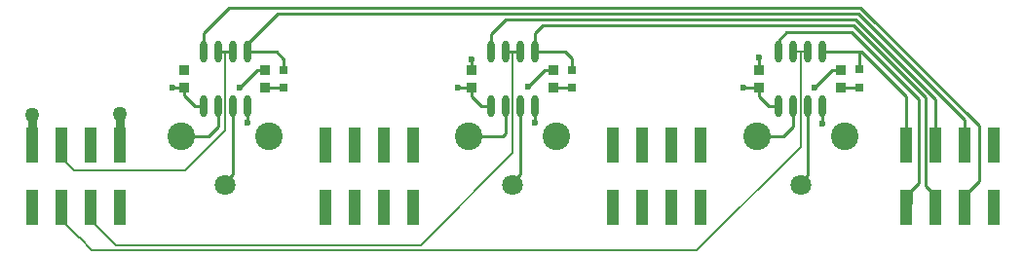
<source format=gbl>
G04*
G04 #@! TF.GenerationSoftware,Altium Limited,Altium Designer,19.1.9 (167)*
G04*
G04 Layer_Physical_Order=2*
G04 Layer_Color=16711680*
%FSLAX25Y25*%
%MOIN*%
G70*
G01*
G75*
%ADD10C,0.01000*%
%ADD11C,0.00600*%
%ADD16C,0.09449*%
%ADD17C,0.07087*%
%ADD18C,0.05000*%
%ADD19C,0.02362*%
%ADD20R,0.03937X0.12205*%
%ADD21R,0.03347X0.03347*%
%ADD22R,0.03150X0.03150*%
%ADD23O,0.02362X0.07480*%
%ADD24C,0.03000*%
D10*
X178602Y28937D02*
X181084D01*
X67677Y0D02*
X76900D01*
X87566Y16634D02*
X93669Y22736D01*
X96457D01*
X284334Y16634D02*
X290436Y22736D01*
X293307D01*
X186167Y16867D02*
X192036Y22736D01*
X194882D01*
X299500Y28937D02*
X300363D01*
X287028D02*
X299500D01*
X299606Y28831D01*
Y22950D02*
Y28831D01*
X293307Y16634D02*
X293324Y16650D01*
X299606D01*
X188602Y28937D02*
X198863D01*
X201181Y26619D01*
Y22835D02*
Y26619D01*
X194882Y16634D02*
X194980Y16535D01*
X201181D01*
X96457Y16634D02*
X96555Y16535D01*
X102756D01*
X90177Y28937D02*
X100163D01*
X102756Y26344D01*
Y22835D02*
Y26344D01*
X340500Y-15400D02*
Y3685D01*
X299985Y44200D02*
X340500Y3685D01*
X84100Y44200D02*
X299985D01*
X335709Y-3032D02*
Y5648D01*
X299157Y42200D02*
X335709Y5648D01*
X100800Y42200D02*
X299157D01*
X325709Y-3032D02*
Y12820D01*
X298328Y40200D02*
X325709Y12820D01*
X178700Y40200D02*
X298328D01*
X322240Y-16840D02*
Y13460D01*
X297500Y38200D02*
X322240Y13460D01*
X191400Y38200D02*
X297500D01*
X320000Y-15900D02*
Y12700D01*
X297100Y35600D02*
X320000Y12700D01*
X274800Y35600D02*
X297100D01*
X315709Y-3032D02*
Y13591D01*
X300363Y28937D02*
X315709Y13591D01*
X337211Y-18689D02*
X340500Y-15400D01*
X337177Y-18689D02*
X337211D01*
X335709Y-20157D02*
X337177Y-18689D01*
X335709Y-24291D02*
Y-20157D01*
X287028Y4372D02*
Y10433D01*
X282028Y-13103D02*
Y10433D01*
X279528Y-15603D02*
X282028Y-13103D01*
X279528Y-16732D02*
Y-15603D01*
X181102Y28937D02*
X183602D01*
X188500Y4800D02*
Y10331D01*
X188602Y10433D01*
X82677Y28937D02*
X85177D01*
X80177D02*
X82677D01*
X68800Y13900D02*
X72267Y10433D01*
X75177D01*
X68800Y13900D02*
Y16634D01*
X90200Y4600D02*
Y10410D01*
X90177Y10433D02*
X90200Y10410D01*
X324240Y-22823D02*
Y-18840D01*
X322240Y-16840D02*
X324240Y-18840D01*
X317177Y-18723D02*
X320000Y-15900D01*
X317177Y-22823D02*
Y-18723D01*
X64734Y16634D02*
X68800D01*
X167000Y13700D02*
X170267Y10433D01*
X167000Y13700D02*
Y16634D01*
X162466D02*
X167000D01*
X260000D02*
X265400D01*
X16496Y7388D02*
X16500Y7392D01*
X26496Y-3032D02*
X27965Y-4500D01*
X268567Y10433D02*
X272028D01*
X265400Y13600D02*
X268567Y10433D01*
X265400Y13600D02*
Y16634D01*
X170267Y10433D02*
X173602D01*
X90177Y31577D02*
X100800Y42200D01*
X90177Y28937D02*
Y31577D01*
X75177Y35277D02*
X84100Y44200D01*
X75177Y28937D02*
Y35277D01*
X324240Y-22823D02*
X325709Y-24291D01*
X188602Y35402D02*
X191400Y38200D01*
X188602Y28937D02*
Y35402D01*
X173602Y28937D02*
Y35102D01*
X178700Y40200D01*
X315709Y-24291D02*
X317177Y-22823D01*
X82677Y-16732D02*
Y-15603D01*
X85177Y-13103D01*
Y10433D01*
X76900Y0D02*
X80177Y3277D01*
Y10433D01*
X166102Y0D02*
X177500D01*
X178602Y1102D01*
Y10433D01*
X181102Y-16732D02*
Y-15603D01*
X183602Y-13103D01*
Y10433D01*
X167000Y22736D02*
Y26300D01*
X265400Y22736D02*
Y27100D01*
X272258Y33058D02*
X274800Y35600D01*
X272258Y29167D02*
Y33058D01*
X272028Y28937D02*
X272258Y29167D01*
X264528Y0D02*
X273800D01*
X277028Y3228D01*
Y10433D01*
D11*
X181084Y-5717D02*
Y28937D01*
X149500Y-37300D02*
X181084Y-5717D01*
X28029Y-29958D02*
X32769Y-34698D01*
X244100Y-38900D02*
X279528Y-3472D01*
X37100Y-38900D02*
X244100D01*
X32898Y-34698D02*
X37100Y-38900D01*
X279528Y-3472D02*
Y28937D01*
X32769Y-34698D02*
X32898D01*
X26496Y-28296D02*
X28094Y-29894D01*
X26496Y-28425D02*
Y-28296D01*
Y-28425D02*
X28029Y-29958D01*
X279528Y28937D02*
X282028D01*
X277028D02*
X279528D01*
X45300Y-37300D02*
X149500D01*
X38165Y-30165D02*
X45300Y-37300D01*
X38165Y-30165D02*
Y-30094D01*
X37171Y-29100D02*
X38165Y-30094D01*
X37100Y-29100D02*
X37171D01*
X26496Y-28296D02*
Y-24291D01*
X68900Y-11700D02*
X82677Y2077D01*
X31100Y-11700D02*
X68900D01*
X28234Y-8834D02*
X31100Y-11700D01*
X28165Y-8834D02*
X28234D01*
X26496Y-7165D02*
X28165Y-8834D01*
X26496Y-7165D02*
Y-3032D01*
X82677Y2077D02*
Y28937D01*
D16*
X264528Y0D02*
D03*
X294528D02*
D03*
X166102D02*
D03*
X196102D02*
D03*
X67677D02*
D03*
X97677D02*
D03*
D17*
X279528Y-16732D02*
D03*
X181102D02*
D03*
X82677D02*
D03*
D18*
X46600Y7800D02*
D03*
X16500Y7392D02*
D03*
D19*
X87566Y16634D02*
D03*
X284334D02*
D03*
X186167Y16867D02*
D03*
X287028Y4372D02*
D03*
X188500Y4800D02*
D03*
X90200Y4600D02*
D03*
X64734Y16634D02*
D03*
X162466D02*
D03*
X260000D02*
D03*
X68800Y22736D02*
D03*
X167000Y26300D02*
D03*
X265400Y27100D02*
D03*
D20*
X46496Y-24291D02*
D03*
X36496D02*
D03*
X46496Y-3032D02*
D03*
X36496D02*
D03*
X26496Y-24291D02*
D03*
Y-3032D02*
D03*
X16496D02*
D03*
Y-24291D02*
D03*
X116890Y-3032D02*
D03*
X126890D02*
D03*
X116890Y-24291D02*
D03*
X126890D02*
D03*
X136890Y-3032D02*
D03*
Y-24291D02*
D03*
X146890D02*
D03*
Y-3032D02*
D03*
X215315Y-3039D02*
D03*
X225315D02*
D03*
X215315Y-24299D02*
D03*
X225315D02*
D03*
X235315Y-3039D02*
D03*
Y-24299D02*
D03*
X245315D02*
D03*
Y-3039D02*
D03*
X315709Y-3032D02*
D03*
X325709D02*
D03*
X315709Y-24291D02*
D03*
X325709D02*
D03*
X335709Y-3032D02*
D03*
Y-24291D02*
D03*
X345709D02*
D03*
Y-3032D02*
D03*
D21*
X96457Y22736D02*
D03*
Y16634D02*
D03*
X194882Y22736D02*
D03*
Y16634D02*
D03*
X293307Y22736D02*
D03*
Y16634D02*
D03*
X68800Y22736D02*
D03*
Y16634D02*
D03*
X167000Y22736D02*
D03*
Y16634D02*
D03*
X265400Y22736D02*
D03*
Y16634D02*
D03*
D22*
X201181Y22835D02*
D03*
Y16535D02*
D03*
X299606Y22950D02*
D03*
Y16650D02*
D03*
X102756Y22835D02*
D03*
Y16535D02*
D03*
D23*
X90177Y10433D02*
D03*
X85177D02*
D03*
X80177D02*
D03*
X75177D02*
D03*
X90177Y28937D02*
D03*
X85177D02*
D03*
X80177D02*
D03*
X75177D02*
D03*
X188602Y10433D02*
D03*
X183602D02*
D03*
X178602D02*
D03*
X173602D02*
D03*
X188602Y28937D02*
D03*
X183602D02*
D03*
X178602D02*
D03*
X173602D02*
D03*
X287028Y10433D02*
D03*
X282028D02*
D03*
X277028D02*
D03*
X272028D02*
D03*
X287028Y28937D02*
D03*
X282028D02*
D03*
X277028D02*
D03*
X272028D02*
D03*
D24*
X46496Y-3032D02*
X46600Y-2928D01*
Y7800D01*
X16496Y-3032D02*
Y7388D01*
M02*

</source>
